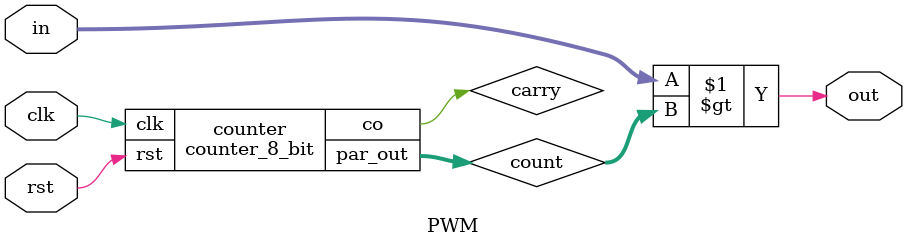
<source format=v>
module counter_8_bit (input clk, rst,output reg[7:0] par_out , output co);
    always @(posedge clk ,posedge rst) begin
        if  (rst) begin
            par_out <= 8'b0;
        end 
        else begin
                par_out <= par_out + 1;
        end
    end
    assign co = (par_out == 8'b1);
endmodule

module counter_6_bit (input clk, rst,output reg[5:0] par_out , output co);
    always @(posedge clk ,posedge rst) begin
        if  (rst) begin
            par_out <= 6'b0;
        end 
        else begin
                par_out <= par_out + 1;
        end
    end
    assign co = (par_out == 6'd63);
endmodule


module counter_9_bit (input clk, rst , ld , input[8:0] par_in ,output reg[8:0] par_out , output co);
    always @(posedge clk ,posedge rst) begin
        if  (rst) 
            par_out <= 9'b0;
        else if(ld)
            par_out <= par_in;
        else begin
                par_out <= par_out + 1;
        end
    end
    assign co = (par_out == 9'b1);
endmodule

module generator(input[7:0] cnter_in , input[7:0] sin_in , clk , output reg[7:0] squared_out,triangle_out,ex_out , trap_out , full_sin , half_sin);
    //Square
    always @(posedge clk) begin
        if(cnter_in < 128)
            squared_out = 1;
        else
            squared_out = 0;
    end
    //Triangle
    always @(posedge clk) begin
        if(cnter_in < 128)
            triangle_out = cnter_in << 1;
        else
            triangle_out = 511 - (cnter_in <<1);
    end
    //Trapezius
    always @(posedge clk) begin
        if(cnter_in < 85)
            trap_out = (cnter_in << 1) + cnter_in;
        else if 
            (cnter_in< 171) trap_out = 255;
        else
            trap_out = 766 - ((cnter_in <<1) + cnter_in);
    end

    //exponential
    assign ex_out = 255/(255-cnter_in);

    //full sine
    always @(posedge clk) begin
        if(cnter_in < 128)
            full_sin = sin_in;
        else
            full_sin = (~(sin_in) + 8'd1) + 8'd255;
    end

    //half sine
    always @(posedge clk) begin
        if(cnter_in < 128)
            half_sin = sin_in;
        else
            half_sin = 8'd127;
    end
endmodule

module wave_form_generator(input clk ,rst , input[7:0] sin_in , output [7:0 ]sq_wave_form , tri_wave_form , exp_wave_form , trap_wave_form ,
full_sin , half_sin);

    wire [7:0] generator_counter_parout;
    wire generator_counter_co;
    counter_8_bit generator_counter(clk , rst , generator_counter_parout , generator_counter_co);
    generator wave_form(generator_counter_parout , sin_in , clk , sq_wave_form , tri_wave_form , exp_wave_form , trap_wave_form , full_sin , half_sin);
endmodule

module freq_selector(input clk , rst , ld , input[4:0] msb_in, output clk_div);
    wire co;
    wire[8:0] par_in , par_out;
    assign par_in = {msb_in , 4'b0000};
    counter_9_bit counter(clk , rst , ld|co , par_in , par_out , co);
    assign clk_div = co;
endmodule

module amp_selector(input[7:0] wave_in , input[1:0] sel , output reg[7:0] wave_out);
    always @(sel , wave_in) begin
        case (sel)
            2'b00 : wave_out = wave_in;
            2'b01 : wave_out = wave_in/2;
            2'b10 : wave_out = wave_in/4;
            2'b11 : wave_out = wave_in/8;
            default: wave_out = 8'b0;
        endcase
    end

endmodule

module mux_7_to_1 (input[7:0] sq_in ,trap_in, trgl_in, ex_in, sine_in, full_sine, half_sine ,input[2:0] sel, output reg[7:0] out);
    always @(*) begin
        case (sel)
            3'd0 : out = ex_in;
            3'd1 : out = trgl_in;
            3'd2 : out = sq_in;
            3'd3 : out = trap_in;
            3'd4 : out = sine_in;
            3'd5 : out = full_sine;
            3'd6 : out = half_sine;
            default: out = 8'b0;
        endcase
    end
endmodule

module DDS_Unit(input[5:0] addr , input sign_bit , phase_pos , output[8:0] Q);
    parameter WIDTH = 8;
    parameter DEPTH = 64;
    reg [WIDTH-1:0] ROM [0:DEPTH-1];

    wire [5:0] addr_2s_comp ;
    assign addr_2s_comp = (~(addr) + 8'd1);

    initial begin
    $readmemb("sine.mem", ROM);
    end

    parameter MAX_BITS = 8'b11111111;
    wire[5:0] ROM_in;
    wire[7:0] ROM_out , data;
    wire max_sel;

    assign ROM_in = (phase_pos) ? addr_2s_comp : addr;
    assign max_sel = (~(|addr)) & phase_pos;
    assign data = (max_sel) ? MAX_BITS : ROM[ROM_in];
    assign Q = (sign_bit) ? (~(data) + 8'd1) + 9'd255 : {sign_bit , data};
endmodule

module DDS_controller(input clk , rst , output reg sign_bit , phase_pos , output[5:0] addr);
    wire co;
    counter_6_bit counter(clk , rst , addr , co);

    parameter S1 = 2'b00 , S2 = 2'b01 , S3 = 2'b10 , S4 = 2'b11;
    reg[1:0] ps , ns;
    always @(co) begin
        case (ps)
            S1 : ns = co ? S2:S1;
            S2 : ns = co ? S3:S2;
            S3 : ns = co ? S4:S3;
            S4 : ns = co ? S1:S4;
            default: ns = S1;
        endcase
    end

    always @(posedge clk , posedge rst) begin
        if (rst) ps <= S1;
        else
        ps <= ns;
    end 

    always @(ps) begin
        {sign_bit , phase_pos} = 2'b0;
        case (ps)
            S1 : begin sign_bit = 1'b0 ; phase_pos = 1'b0; end
            S2 : begin sign_bit = 1'b0 ; phase_pos = 1'b1; end
            S3 : begin sign_bit = 1'b1 ; phase_pos = 1'b0; end
            S4 : begin sign_bit = 1'b1 ; phase_pos = 1'b1; end
            default: {sign_bit , phase_pos} = 2'b0;
        endcase
    end
endmodule


module DDS (input clk , rst , output[7:0] Q);
    wire [8:0] dds_out;
    wire sign_bit , phase_pos;
    wire [5:0] addr;
    DDS_controller controller(clk , rst , sign_bit , phase_pos , addr);
    DDS_Unit unit(addr , sign_bit , phase_pos , dds_out);
    assign Q = dds_out[7:0];
endmodule

module PWM(input clk,input rst,input [7:0] in,output out);

    wire [7:0] count;
    wire carry;
    counter_8_bit counter (clk,rst,count,carry);
    assign out = in > count;
endmodule

</source>
